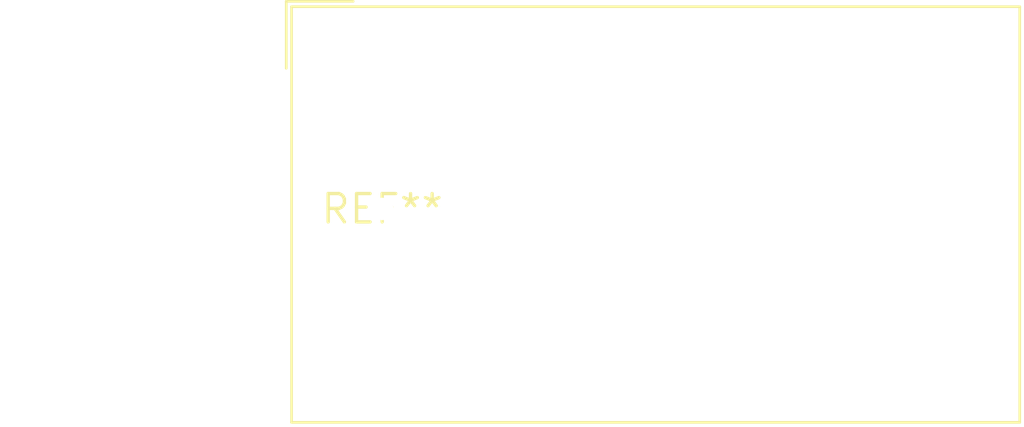
<source format=kicad_pcb>
(kicad_pcb (version 20240108) (generator pcbnew)
  (layers (0 "F.Cu" signal) (31 "B.Cu" signal) (34 "B.Paste" user) (35 "F.Paste" user) (36 "B.SilkS" user "B.Silkscreen") (37 "F.SilkS" user "F.Silkscreen") (38 "B.Mask" user) (39 "F.Mask" user) (44 "Edge.Cuts" user))
  (net 0 "")
  (footprint "Converter_ACDC_Hi-Link_HLK-2Mxx" (layer "F.Cu") (at 0 0)
    (property "Reference" "REF**")
    (property "Value" "Converter_ACDC_Hi-Link_HLK-2Mxx")
    (fp_line (start -4.3 -9.3) (end -1.3 -9.3) (layer "F.SilkS") (stroke (width 0.12)))
    (fp_line (start -4.3 -6.3) (end -4.3 -9.3) (layer "F.SilkS") (stroke (width 0.12)))
    (fp_line (start -4.06 -9.06) (end -4.06 9.56) (layer "F.SilkS") (stroke (width 0.12)))
    (fp_line (start -4.06 -9.06) (end 28.56 -9.06) (layer "F.SilkS") (stroke (width 0.12)))
    (fp_line (start -4.06 9.56) (end 28.56 9.56) (layer "F.SilkS") (stroke (width 0.12)))
    (fp_line (start 28.56 -9.06) (end 28.56 9.56) (layer "F.SilkS") (stroke (width 0.12)))
    (pad "1" thru_hole rect (at 0 0) (size 1.7 2) (drill 1) (layers *.Cu *.Mask) (remove_unused_layers))
    (pad "2" thru_hole oval (at 5 0) (size 1.7 2) (drill 1) (layers *.Cu *.Mask) (remove_unused_layers))
    (pad "3" thru_hole oval (at 21.5 0) (size 1.7 2) (drill 1) (layers *.Cu *.Mask) (remove_unused_layers))
    (pad "4" thru_hole oval (at 24 0) (size 1.7 2) (drill 1) (layers *.Cu *.Mask) (remove_unused_layers))
  )
)
</source>
